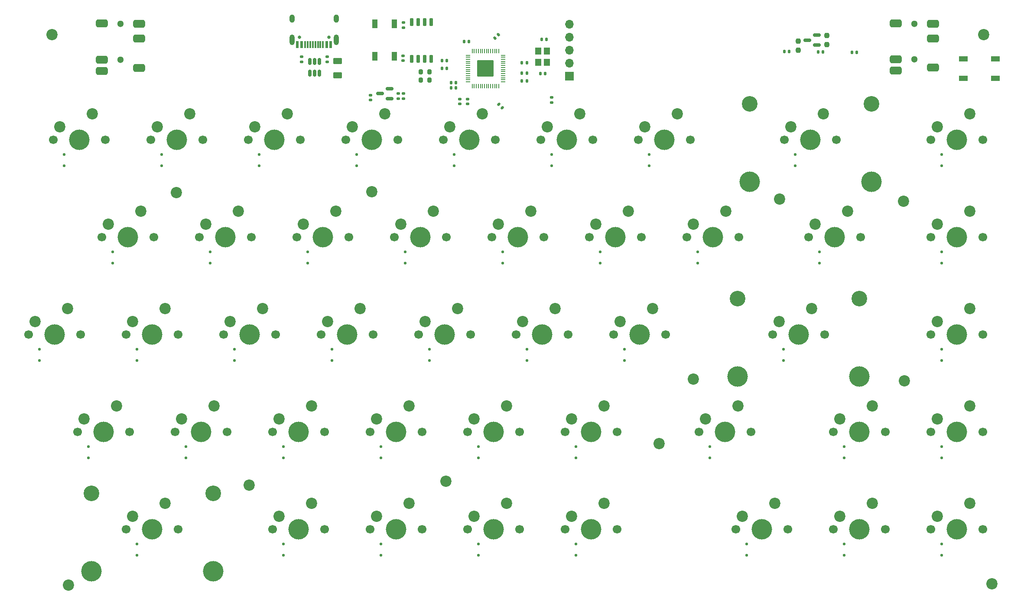
<source format=gbr>
%TF.GenerationSoftware,KiCad,Pcbnew,7.0.9*%
%TF.CreationDate,2024-01-14T20:09:13+01:00*%
%TF.ProjectId,right_pcb,72696768-745f-4706-9362-2e6b69636164,rev?*%
%TF.SameCoordinates,Original*%
%TF.FileFunction,Soldermask,Bot*%
%TF.FilePolarity,Negative*%
%FSLAX46Y46*%
G04 Gerber Fmt 4.6, Leading zero omitted, Abs format (unit mm)*
G04 Created by KiCad (PCBNEW 7.0.9) date 2024-01-14 20:09:13*
%MOMM*%
%LPD*%
G01*
G04 APERTURE LIST*
G04 Aperture macros list*
%AMRoundRect*
0 Rectangle with rounded corners*
0 $1 Rounding radius*
0 $2 $3 $4 $5 $6 $7 $8 $9 X,Y pos of 4 corners*
0 Add a 4 corners polygon primitive as box body*
4,1,4,$2,$3,$4,$5,$6,$7,$8,$9,$2,$3,0*
0 Add four circle primitives for the rounded corners*
1,1,$1+$1,$2,$3*
1,1,$1+$1,$4,$5*
1,1,$1+$1,$6,$7*
1,1,$1+$1,$8,$9*
0 Add four rect primitives between the rounded corners*
20,1,$1+$1,$2,$3,$4,$5,0*
20,1,$1+$1,$4,$5,$6,$7,0*
20,1,$1+$1,$6,$7,$8,$9,0*
20,1,$1+$1,$8,$9,$2,$3,0*%
G04 Aperture macros list end*
%ADD10C,1.700000*%
%ADD11C,4.000000*%
%ADD12C,2.200000*%
%ADD13C,3.050000*%
%ADD14R,1.700000X1.700000*%
%ADD15O,1.700000X1.700000*%
%ADD16RoundRect,0.140000X-0.170000X0.140000X-0.170000X-0.140000X0.170000X-0.140000X0.170000X0.140000X0*%
%ADD17RoundRect,0.140000X-0.140000X-0.170000X0.140000X-0.170000X0.140000X0.170000X-0.140000X0.170000X0*%
%ADD18RoundRect,0.125000X0.125000X-0.125000X0.125000X0.125000X-0.125000X0.125000X-0.125000X-0.125000X0*%
%ADD19RoundRect,0.050000X-0.050000X0.387500X-0.050000X-0.387500X0.050000X-0.387500X0.050000X0.387500X0*%
%ADD20RoundRect,0.050000X-0.387500X0.050000X-0.387500X-0.050000X0.387500X-0.050000X0.387500X0.050000X0*%
%ADD21RoundRect,0.144000X-1.456000X1.456000X-1.456000X-1.456000X1.456000X-1.456000X1.456000X1.456000X0*%
%ADD22RoundRect,0.140000X0.170000X-0.140000X0.170000X0.140000X-0.170000X0.140000X-0.170000X-0.140000X0*%
%ADD23RoundRect,0.237500X0.237500X-0.250000X0.237500X0.250000X-0.237500X0.250000X-0.237500X-0.250000X0*%
%ADD24RoundRect,0.150000X-0.150000X0.650000X-0.150000X-0.650000X0.150000X-0.650000X0.150000X0.650000X0*%
%ADD25RoundRect,0.150000X0.150000X-0.512500X0.150000X0.512500X-0.150000X0.512500X-0.150000X-0.512500X0*%
%ADD26RoundRect,0.140000X0.140000X0.170000X-0.140000X0.170000X-0.140000X-0.170000X0.140000X-0.170000X0*%
%ADD27RoundRect,0.200000X-0.200000X-0.275000X0.200000X-0.275000X0.200000X0.275000X-0.200000X0.275000X0*%
%ADD28C,1.300000*%
%ADD29RoundRect,0.400000X0.750000X0.400000X-0.750000X0.400000X-0.750000X-0.400000X0.750000X-0.400000X0*%
%ADD30RoundRect,0.250000X-0.625000X0.375000X-0.625000X-0.375000X0.625000X-0.375000X0.625000X0.375000X0*%
%ADD31R,1.200000X1.400000*%
%ADD32RoundRect,0.150000X0.587500X0.150000X-0.587500X0.150000X-0.587500X-0.150000X0.587500X-0.150000X0*%
%ADD33RoundRect,0.135000X-0.185000X0.135000X-0.185000X-0.135000X0.185000X-0.135000X0.185000X0.135000X0*%
%ADD34RoundRect,0.135000X0.185000X-0.135000X0.185000X0.135000X-0.185000X0.135000X-0.185000X-0.135000X0*%
%ADD35RoundRect,0.135000X0.135000X0.185000X-0.135000X0.185000X-0.135000X-0.185000X0.135000X-0.185000X0*%
%ADD36RoundRect,0.237500X-0.237500X0.250000X-0.237500X-0.250000X0.237500X-0.250000X0.237500X0.250000X0*%
%ADD37R,1.700000X1.000000*%
%ADD38RoundRect,0.140000X0.021213X-0.219203X0.219203X-0.021213X-0.021213X0.219203X-0.219203X0.021213X0*%
%ADD39C,0.650000*%
%ADD40R,0.600000X1.450000*%
%ADD41R,0.300000X1.450000*%
%ADD42O,1.000000X1.600000*%
%ADD43O,1.000000X2.100000*%
%ADD44R,1.000000X1.700000*%
%ADD45RoundRect,0.140000X-0.219203X-0.021213X-0.021213X-0.219203X0.219203X0.021213X0.021213X0.219203X0*%
G04 APERTURE END LIST*
D10*
%TO.C,SW49*%
X100342500Y-103760000D03*
D11*
X105422500Y-103760000D03*
D10*
X110502500Y-103760000D03*
D12*
X107962500Y-98680000D03*
X101612500Y-101220000D03*
%TD*%
D10*
%TO.C,SW48*%
X114630000Y-84710000D03*
D11*
X119710000Y-84710000D03*
D10*
X124790000Y-84710000D03*
D12*
X122250000Y-79630000D03*
X115900000Y-82170000D03*
%TD*%
D10*
%TO.C,SW55*%
X128917500Y-122810000D03*
D11*
X133997500Y-122810000D03*
D10*
X139077500Y-122810000D03*
D12*
X136537500Y-117730000D03*
X130187500Y-120270000D03*
%TD*%
%TO.C,REF\u002A\u002A*%
X124700000Y-132450000D03*
%TD*%
D10*
%TO.C,SW70*%
X200355000Y-122810000D03*
D11*
X205435000Y-122810000D03*
D10*
X210515000Y-122810000D03*
D12*
X207975000Y-117730000D03*
X201625000Y-120270000D03*
%TD*%
D10*
%TO.C,SW75*%
X219405000Y-122810000D03*
D11*
X224485000Y-122810000D03*
D10*
X229565000Y-122810000D03*
D12*
X227025000Y-117730000D03*
X220675000Y-120270000D03*
%TD*%
D10*
%TO.C,SW54*%
X119392500Y-103760000D03*
D11*
X124472500Y-103760000D03*
D10*
X129552500Y-103760000D03*
D12*
X127012500Y-98680000D03*
X120662500Y-101220000D03*
%TD*%
%TO.C,REF\u002A\u002A*%
X214300000Y-112800000D03*
%TD*%
D10*
%TO.C,SW39*%
X76530000Y-84710000D03*
D11*
X81610000Y-84710000D03*
D10*
X86690000Y-84710000D03*
D12*
X84150000Y-79630000D03*
X77800000Y-82170000D03*
%TD*%
%TO.C,REF\u002A\u002A*%
X47750000Y-45050000D03*
%TD*%
D10*
%TO.C,SW57*%
X143205000Y-65660000D03*
D11*
X148285000Y-65660000D03*
D10*
X153365000Y-65660000D03*
D12*
X150825000Y-60580000D03*
X144475000Y-63120000D03*
%TD*%
D10*
%TO.C,SW74*%
X219405000Y-103760000D03*
D11*
X224485000Y-103760000D03*
D10*
X229565000Y-103760000D03*
D12*
X227025000Y-98680000D03*
X220675000Y-101220000D03*
%TD*%
D10*
%TO.C,SW76*%
X219405000Y-141860000D03*
D11*
X224485000Y-141860000D03*
D10*
X229565000Y-141860000D03*
D12*
X227025000Y-136780000D03*
X220675000Y-139320000D03*
%TD*%
D10*
%TO.C,SW47*%
X105105000Y-65660000D03*
D11*
X110185000Y-65660000D03*
D10*
X115265000Y-65660000D03*
D12*
X112725000Y-60580000D03*
X106375000Y-63120000D03*
%TD*%
D10*
%TO.C,SW62*%
X162255000Y-65660000D03*
D11*
X167335000Y-65660000D03*
D10*
X172415000Y-65660000D03*
D12*
X169875000Y-60580000D03*
X163525000Y-63120000D03*
%TD*%
D10*
%TO.C,SW66*%
X181305000Y-141860000D03*
D11*
X186385000Y-141860000D03*
D10*
X191465000Y-141860000D03*
D12*
X188925000Y-136780000D03*
X182575000Y-139320000D03*
%TD*%
D10*
%TO.C,SW33*%
X47955000Y-65660000D03*
D11*
X53035000Y-65660000D03*
D10*
X58115000Y-65660000D03*
D12*
X55575000Y-60580000D03*
X49225000Y-63120000D03*
%TD*%
D10*
%TO.C,SW50*%
X109867500Y-122810000D03*
D11*
X114947500Y-122810000D03*
D10*
X120027500Y-122810000D03*
D12*
X117487500Y-117730000D03*
X111137500Y-120270000D03*
%TD*%
D10*
%TO.C,SW35*%
X43192500Y-103760000D03*
D11*
X48272500Y-103760000D03*
D10*
X53352500Y-103760000D03*
D12*
X50812500Y-98680000D03*
X44462500Y-101220000D03*
%TD*%
%TO.C,REF\u002A\u002A*%
X166350000Y-125100000D03*
%TD*%
%TO.C,REF\u002A\u002A*%
X86300000Y-133200000D03*
%TD*%
D10*
%TO.C,SW45*%
X90817500Y-122810000D03*
D11*
X95897500Y-122810000D03*
D10*
X100977500Y-122810000D03*
D12*
X98437500Y-117730000D03*
X92087500Y-120270000D03*
%TD*%
D10*
%TO.C,SW73*%
X219405000Y-84710000D03*
D11*
X224485000Y-84710000D03*
D10*
X229565000Y-84710000D03*
D12*
X227025000Y-79630000D03*
X220675000Y-82170000D03*
%TD*%
D10*
%TO.C,SW59*%
X138442500Y-103760000D03*
D11*
X143522500Y-103760000D03*
D10*
X148602500Y-103760000D03*
D12*
X146062500Y-98680000D03*
X139712500Y-101220000D03*
%TD*%
D10*
%TO.C,SW42*%
X86055000Y-65660000D03*
D11*
X91135000Y-65660000D03*
D10*
X96215000Y-65660000D03*
D12*
X93675000Y-60580000D03*
X87325000Y-63120000D03*
%TD*%
D13*
%TO.C,SW69*%
X181703099Y-96760000D03*
D11*
X181703099Y-112000000D03*
D10*
X188523099Y-103760000D03*
D11*
X193603099Y-103760000D03*
D10*
X198683099Y-103760000D03*
D13*
X205503099Y-96760000D03*
D11*
X205503099Y-112000000D03*
D12*
X196143099Y-98680000D03*
X189793099Y-101220000D03*
%TD*%
D10*
%TO.C,SW34*%
X57480000Y-84710000D03*
D11*
X62560000Y-84710000D03*
D10*
X67640000Y-84710000D03*
D12*
X65100000Y-79630000D03*
X58750000Y-82170000D03*
%TD*%
D10*
%TO.C,SW63*%
X171780000Y-84710000D03*
D11*
X176860000Y-84710000D03*
D10*
X181940000Y-84710000D03*
D12*
X179400000Y-79630000D03*
X173050000Y-82170000D03*
%TD*%
D10*
%TO.C,SW58*%
X152730000Y-84710000D03*
D11*
X157810000Y-84710000D03*
D10*
X162890000Y-84710000D03*
D12*
X160350000Y-79630000D03*
X154000000Y-82170000D03*
%TD*%
%TO.C,REF\u002A\u002A*%
X189900000Y-77250000D03*
%TD*%
D10*
%TO.C,SW61*%
X147967500Y-141860000D03*
D11*
X153047500Y-141860000D03*
D10*
X158127500Y-141860000D03*
D12*
X155587500Y-136780000D03*
X149237500Y-139320000D03*
%TD*%
D10*
%TO.C,SW41*%
X71767500Y-122810000D03*
D11*
X76847500Y-122810000D03*
D10*
X81927500Y-122810000D03*
D12*
X79387500Y-117730000D03*
X73037500Y-120270000D03*
%TD*%
D10*
%TO.C,SW43*%
X95580000Y-84710000D03*
D11*
X100660000Y-84710000D03*
D10*
X105740000Y-84710000D03*
D12*
X103200000Y-79630000D03*
X96850000Y-82170000D03*
%TD*%
D14*
%TO.C,J2*%
X148822175Y-53176000D03*
D15*
X148822175Y-50636000D03*
X148822175Y-48096000D03*
X148822175Y-45556000D03*
X148822175Y-43016000D03*
%TD*%
D10*
%TO.C,SW51*%
X109867500Y-141860000D03*
D11*
X114947500Y-141860000D03*
D10*
X120027500Y-141860000D03*
D12*
X117487500Y-136780000D03*
X111137500Y-139320000D03*
%TD*%
%TO.C,REF\u002A\u002A*%
X231400000Y-152550000D03*
%TD*%
D10*
%TO.C,SW64*%
X157492500Y-103760000D03*
D11*
X162572500Y-103760000D03*
D10*
X167652500Y-103760000D03*
D12*
X165112500Y-98680000D03*
X158762500Y-101220000D03*
%TD*%
D13*
%TO.C,SW67*%
X184010000Y-58660000D03*
D11*
X184010000Y-73900000D03*
D10*
X190830000Y-65660000D03*
D11*
X195910000Y-65660000D03*
D10*
X200990000Y-65660000D03*
D13*
X207810000Y-58660000D03*
D11*
X207810000Y-73900000D03*
D12*
X198450000Y-60580000D03*
X192100000Y-63120000D03*
%TD*%
D10*
%TO.C,SW38*%
X67005000Y-65660000D03*
D11*
X72085000Y-65660000D03*
D10*
X77165000Y-65660000D03*
D12*
X74625000Y-60580000D03*
X68275000Y-63120000D03*
%TD*%
%TO.C,REF\u002A\u002A*%
X50950000Y-152750000D03*
%TD*%
D10*
%TO.C,SW60*%
X147967500Y-122810000D03*
D11*
X153047500Y-122810000D03*
D10*
X158127500Y-122810000D03*
D12*
X155587500Y-117730000D03*
X149237500Y-120270000D03*
%TD*%
D13*
%TO.C,SW37*%
X55422500Y-134860000D03*
D11*
X55422500Y-150100000D03*
D10*
X62242500Y-141860000D03*
D11*
X67322500Y-141860000D03*
D10*
X72402500Y-141860000D03*
D13*
X79222500Y-134860000D03*
D11*
X79222500Y-150100000D03*
D12*
X69862500Y-136780000D03*
X63512500Y-139320000D03*
%TD*%
D10*
%TO.C,SW44*%
X81292500Y-103760000D03*
D11*
X86372500Y-103760000D03*
D10*
X91452500Y-103760000D03*
D12*
X88912500Y-98680000D03*
X82562500Y-101220000D03*
%TD*%
D10*
%TO.C,SW36*%
X52717500Y-122810000D03*
D11*
X57797500Y-122810000D03*
D10*
X62877500Y-122810000D03*
D12*
X60337500Y-117730000D03*
X53987500Y-120270000D03*
%TD*%
D10*
%TO.C,SW40*%
X62242500Y-103760000D03*
D11*
X67322500Y-103760000D03*
D10*
X72402500Y-103760000D03*
D12*
X69862500Y-98680000D03*
X63512500Y-101220000D03*
%TD*%
D10*
%TO.C,SW53*%
X133680000Y-84710000D03*
D11*
X138760000Y-84710000D03*
D10*
X143840000Y-84710000D03*
D12*
X141300000Y-79630000D03*
X134950000Y-82170000D03*
%TD*%
D10*
%TO.C,SW52*%
X124155000Y-65660000D03*
D11*
X129235000Y-65660000D03*
D10*
X134315000Y-65660000D03*
D12*
X131775000Y-60580000D03*
X125425000Y-63120000D03*
%TD*%
D10*
%TO.C,SW46*%
X90817500Y-141860000D03*
D11*
X95897500Y-141860000D03*
D10*
X100977500Y-141860000D03*
D12*
X98437500Y-136780000D03*
X92087500Y-139320000D03*
%TD*%
%TO.C,REF\u002A\u002A*%
X214150000Y-77650000D03*
%TD*%
D10*
%TO.C,SW72*%
X219405000Y-65660000D03*
D11*
X224485000Y-65660000D03*
D10*
X229565000Y-65660000D03*
D12*
X227025000Y-60580000D03*
X220675000Y-63120000D03*
%TD*%
%TO.C,REF\u002A\u002A*%
X72050000Y-76000000D03*
%TD*%
%TO.C,REF\u002A\u002A*%
X173050000Y-112450000D03*
%TD*%
D10*
%TO.C,SW68*%
X195593000Y-84710000D03*
D11*
X200673000Y-84710000D03*
D10*
X205753000Y-84710000D03*
D12*
X203213000Y-79630000D03*
X196863000Y-82170000D03*
%TD*%
%TO.C,REF\u002A\u002A*%
X229800000Y-45050000D03*
%TD*%
D10*
%TO.C,SW65*%
X174161500Y-122810000D03*
D11*
X179241500Y-122810000D03*
D10*
X184321500Y-122810000D03*
D12*
X181781500Y-117730000D03*
X175431500Y-120270000D03*
%TD*%
D10*
%TO.C,SW71*%
X200355000Y-141860000D03*
D11*
X205435000Y-141860000D03*
D10*
X210515000Y-141860000D03*
D12*
X207975000Y-136780000D03*
X201625000Y-139320000D03*
%TD*%
D10*
%TO.C,SW56*%
X128917500Y-141860000D03*
D11*
X133997500Y-141860000D03*
D10*
X139077500Y-141860000D03*
D12*
X136537500Y-136780000D03*
X130187500Y-139320000D03*
%TD*%
%TO.C,REF\u002A\u002A*%
X110250000Y-75850000D03*
%TD*%
D16*
%TO.C,C17*%
X116432850Y-56627000D03*
X116432850Y-57587000D03*
%TD*%
D17*
%TO.C,C6*%
X139543207Y-54119000D03*
X140503207Y-54119000D03*
%TD*%
D18*
%TO.C,D46*%
X92937500Y-146925000D03*
X92937500Y-144725000D03*
%TD*%
%TO.C,D56*%
X131037500Y-146925000D03*
X131037500Y-144725000D03*
%TD*%
D19*
%TO.C,U3*%
X129834957Y-48268500D03*
X130234957Y-48268500D03*
X130634957Y-48268500D03*
X131034957Y-48268500D03*
X131434957Y-48268500D03*
X131834957Y-48268500D03*
X132234957Y-48268500D03*
X132634957Y-48268500D03*
X133034957Y-48268500D03*
X133434957Y-48268500D03*
X133834957Y-48268500D03*
X134234957Y-48268500D03*
X134634957Y-48268500D03*
X135034957Y-48268500D03*
D20*
X135872457Y-49106000D03*
X135872457Y-49506000D03*
X135872457Y-49906000D03*
X135872457Y-50306000D03*
X135872457Y-50706000D03*
X135872457Y-51106000D03*
X135872457Y-51506000D03*
X135872457Y-51906000D03*
X135872457Y-52306000D03*
X135872457Y-52706000D03*
X135872457Y-53106000D03*
X135872457Y-53506000D03*
X135872457Y-53906000D03*
X135872457Y-54306000D03*
D19*
X135034957Y-55143500D03*
X134634957Y-55143500D03*
X134234957Y-55143500D03*
X133834957Y-55143500D03*
X133434957Y-55143500D03*
X133034957Y-55143500D03*
X132634957Y-55143500D03*
X132234957Y-55143500D03*
X131834957Y-55143500D03*
X131434957Y-55143500D03*
X131034957Y-55143500D03*
X130634957Y-55143500D03*
X130234957Y-55143500D03*
X129834957Y-55143500D03*
D20*
X128997457Y-54306000D03*
X128997457Y-53906000D03*
X128997457Y-53506000D03*
X128997457Y-53106000D03*
X128997457Y-52706000D03*
X128997457Y-52306000D03*
X128997457Y-51906000D03*
X128997457Y-51506000D03*
X128997457Y-51106000D03*
X128997457Y-50706000D03*
X128997457Y-50306000D03*
X128997457Y-49906000D03*
X128997457Y-49506000D03*
X128997457Y-49106000D03*
D21*
X132434957Y-51706000D03*
%TD*%
D22*
%TO.C,C1*%
X116332175Y-50175700D03*
X116332175Y-49215700D03*
%TD*%
D18*
%TO.C,D53*%
X135800000Y-89775000D03*
X135800000Y-87575000D03*
%TD*%
%TO.C,D38*%
X69125000Y-70725000D03*
X69125000Y-68525000D03*
%TD*%
%TO.C,D43*%
X97700000Y-89775000D03*
X97700000Y-87575000D03*
%TD*%
%TO.C,D52*%
X126275000Y-70725000D03*
X126275000Y-68525000D03*
%TD*%
D23*
%TO.C,R9*%
X193512800Y-48144400D03*
X193512800Y-46319400D03*
%TD*%
D22*
%TO.C,C7*%
X115416850Y-57587000D03*
X115416850Y-56627000D03*
%TD*%
D18*
%TO.C,D36*%
X54837500Y-127875000D03*
X54837500Y-125675000D03*
%TD*%
%TO.C,D67*%
X192950000Y-70725000D03*
X192950000Y-68525000D03*
%TD*%
%TO.C,D39*%
X78650000Y-89775000D03*
X78650000Y-87575000D03*
%TD*%
D24*
%TO.C,U1*%
X117982175Y-42618700D03*
X119252175Y-42618700D03*
X120522175Y-42618700D03*
X121792175Y-42618700D03*
X121792175Y-49818700D03*
X120522175Y-49818700D03*
X119252175Y-49818700D03*
X117982175Y-49818700D03*
%TD*%
D16*
%TO.C,C9*%
X128974207Y-57703000D03*
X128974207Y-58663000D03*
%TD*%
D18*
%TO.C,D66*%
X183425000Y-146925000D03*
X183425000Y-144725000D03*
%TD*%
D25*
%TO.C,U2*%
X99976175Y-52576200D03*
X99026175Y-52576200D03*
X98076175Y-52576200D03*
X98076175Y-50301200D03*
X99026175Y-50301200D03*
X99976175Y-50301200D03*
%TD*%
D26*
%TO.C,C8*%
X126675975Y-55487750D03*
X125715975Y-55487750D03*
%TD*%
D22*
%TO.C,C16*%
X109952975Y-57873250D03*
X109952975Y-56913250D03*
%TD*%
D18*
%TO.C,D47*%
X107225000Y-70725000D03*
X107225000Y-68525000D03*
%TD*%
%TO.C,D68*%
X197713000Y-89775000D03*
X197713000Y-87575000D03*
%TD*%
D26*
%TO.C,C3*%
X144074975Y-52693750D03*
X143114975Y-52693750D03*
%TD*%
D27*
%TO.C,R6*%
X119798850Y-54006000D03*
X121448850Y-54006000D03*
%TD*%
D28*
%TO.C,J4*%
X216254400Y-49944800D03*
X216254400Y-42944800D03*
D29*
X219904400Y-51544800D03*
X219904400Y-45844800D03*
X212604400Y-42844800D03*
X219904400Y-42944800D03*
X212604400Y-52144800D03*
X212604400Y-49944800D03*
%TD*%
D18*
%TO.C,D75*%
X221525000Y-127875000D03*
X221525000Y-125675000D03*
%TD*%
D30*
%TO.C,F1*%
X103522175Y-50238700D03*
X103522175Y-53038700D03*
%TD*%
D18*
%TO.C,D41*%
X73887500Y-127875000D03*
X73887500Y-125675000D03*
%TD*%
%TO.C,D48*%
X116750000Y-89775000D03*
X116750000Y-87575000D03*
%TD*%
D31*
%TO.C,Y1*%
X142729207Y-50520000D03*
X142729207Y-48320000D03*
X144429207Y-48320000D03*
X144429207Y-50520000D03*
%TD*%
D18*
%TO.C,D54*%
X121512500Y-108825000D03*
X121512500Y-106625000D03*
%TD*%
D32*
%TO.C,Q1*%
X197162800Y-45194400D03*
X197162800Y-47094400D03*
X195287800Y-46144400D03*
%TD*%
D18*
%TO.C,D35*%
X45312500Y-108825000D03*
X45312500Y-106625000D03*
%TD*%
%TO.C,D34*%
X59600000Y-89775000D03*
X59600000Y-87575000D03*
%TD*%
%TO.C,D65*%
X176281500Y-127875000D03*
X176281500Y-125675000D03*
%TD*%
%TO.C,D40*%
X64362500Y-108825000D03*
X64362500Y-106625000D03*
%TD*%
%TO.C,D50*%
X111987500Y-127875000D03*
X111987500Y-125675000D03*
%TD*%
%TO.C,D59*%
X140562500Y-108825000D03*
X140562500Y-106625000D03*
%TD*%
D33*
%TO.C,R2*%
X145322175Y-57338700D03*
X145322175Y-58358700D03*
%TD*%
D16*
%TO.C,C14*%
X127450207Y-57703000D03*
X127450207Y-58663000D03*
%TD*%
D17*
%TO.C,C10*%
X139543207Y-52595000D03*
X140503207Y-52595000D03*
%TD*%
D26*
%TO.C,C13*%
X124882207Y-51706000D03*
X123922207Y-51706000D03*
%TD*%
D18*
%TO.C,D37*%
X64362500Y-146925000D03*
X64362500Y-144725000D03*
%TD*%
%TO.C,D49*%
X102462500Y-108825000D03*
X102462500Y-106625000D03*
%TD*%
D34*
%TO.C,R1*%
X116422175Y-43748700D03*
X116422175Y-42728700D03*
%TD*%
D18*
%TO.C,D58*%
X154850000Y-89775000D03*
X154850000Y-87575000D03*
%TD*%
D35*
%TO.C,R7*%
X140533207Y-50563000D03*
X139513207Y-50563000D03*
%TD*%
D33*
%TO.C,R3*%
X96517925Y-49420575D03*
X96517925Y-50440575D03*
%TD*%
D18*
%TO.C,D70*%
X202475000Y-127875000D03*
X202475000Y-125675000D03*
%TD*%
%TO.C,D42*%
X88175000Y-70725000D03*
X88175000Y-68525000D03*
%TD*%
D28*
%TO.C,J3*%
X61084957Y-49956000D03*
X61084957Y-42956000D03*
D29*
X64734957Y-51556000D03*
X64734957Y-45856000D03*
X57434957Y-42856000D03*
X64734957Y-42956000D03*
X57434957Y-52156000D03*
X57434957Y-49956000D03*
%TD*%
D26*
%TO.C,C15*%
X129215975Y-46470750D03*
X128255975Y-46470750D03*
%TD*%
D17*
%TO.C,C2*%
X143368975Y-45991000D03*
X144328975Y-45991000D03*
%TD*%
D18*
%TO.C,D73*%
X221525000Y-89775000D03*
X221525000Y-87575000D03*
%TD*%
D36*
%TO.C,R8*%
X199162800Y-45231900D03*
X199162800Y-47056900D03*
%TD*%
D18*
%TO.C,D51*%
X111987500Y-146925000D03*
X111987500Y-144725000D03*
%TD*%
D33*
%TO.C,R4*%
X101470925Y-49420575D03*
X101470925Y-50440575D03*
%TD*%
D18*
%TO.C,D60*%
X150087500Y-127875000D03*
X150087500Y-125675000D03*
%TD*%
%TO.C,D44*%
X83412500Y-108825000D03*
X83412500Y-106625000D03*
%TD*%
D27*
%TO.C,R5*%
X119798850Y-52355000D03*
X121448850Y-52355000D03*
%TD*%
D17*
%TO.C,C18*%
X190782800Y-48394400D03*
X191742800Y-48394400D03*
%TD*%
%TO.C,C20*%
X204002800Y-48544400D03*
X204962800Y-48544400D03*
%TD*%
D18*
%TO.C,D71*%
X202475000Y-146925000D03*
X202475000Y-144725000D03*
%TD*%
%TO.C,D55*%
X131037500Y-127875000D03*
X131037500Y-125675000D03*
%TD*%
%TO.C,D45*%
X92937500Y-127875000D03*
X92937500Y-125675000D03*
%TD*%
%TO.C,D72*%
X221525000Y-70725000D03*
X221525000Y-68525000D03*
%TD*%
%TO.C,D33*%
X50075000Y-70725000D03*
X50075000Y-68525000D03*
%TD*%
%TO.C,D61*%
X150087500Y-146925000D03*
X150087500Y-144725000D03*
%TD*%
D17*
%TO.C,C19*%
X197412800Y-48494400D03*
X198372800Y-48494400D03*
%TD*%
D26*
%TO.C,C4*%
X126675975Y-54471750D03*
X125715975Y-54471750D03*
%TD*%
D37*
%TO.C,SW_RESET1*%
X232054400Y-49844800D03*
X225754400Y-49844800D03*
X232054400Y-53644800D03*
X225754400Y-53644800D03*
%TD*%
D18*
%TO.C,D62*%
X164375000Y-70725000D03*
X164375000Y-68525000D03*
%TD*%
%TO.C,D63*%
X173900000Y-89775000D03*
X173900000Y-87575000D03*
%TD*%
D26*
%TO.C,C5*%
X124882207Y-50182000D03*
X123922207Y-50182000D03*
%TD*%
D38*
%TO.C,C12*%
X134238564Y-45794161D03*
X134917386Y-45115339D03*
%TD*%
D39*
%TO.C,J1*%
X96040925Y-45561450D03*
X101820925Y-45561450D03*
D40*
X95680925Y-47006450D03*
X96480925Y-47006450D03*
D41*
X97680925Y-47006450D03*
X98680925Y-47006450D03*
X99180925Y-47006450D03*
X100180925Y-47006450D03*
D40*
X101380925Y-47006450D03*
X102180925Y-47006450D03*
X102180925Y-47006450D03*
X101380925Y-47006450D03*
D41*
X100680925Y-47006450D03*
X99680925Y-47006450D03*
X98180925Y-47006450D03*
X97180925Y-47006450D03*
D40*
X96480925Y-47006450D03*
X95680925Y-47006450D03*
D42*
X94610925Y-41911450D03*
D43*
X94610925Y-46091450D03*
D42*
X103250925Y-41911450D03*
D43*
X103250925Y-46091450D03*
%TD*%
D44*
%TO.C,SW_BOOT1*%
X110822175Y-42988700D03*
X110822175Y-49288700D03*
X114622175Y-42988700D03*
X114622175Y-49288700D03*
%TD*%
D18*
%TO.C,D57*%
X145325000Y-70725000D03*
X145325000Y-68525000D03*
%TD*%
D32*
%TO.C,U4*%
X113684475Y-55681250D03*
X113684475Y-57581250D03*
X111809475Y-56631250D03*
%TD*%
D18*
%TO.C,D64*%
X159612500Y-108825000D03*
X159612500Y-106625000D03*
%TD*%
D45*
%TO.C,C11*%
X135016439Y-58672589D03*
X135695261Y-59351411D03*
%TD*%
D18*
%TO.C,D76*%
X221525000Y-146925000D03*
X221525000Y-144725000D03*
%TD*%
%TO.C,D74*%
X221525000Y-108825000D03*
X221525000Y-106625000D03*
%TD*%
%TO.C,D69*%
X190643099Y-108825000D03*
X190643099Y-106625000D03*
%TD*%
M02*

</source>
